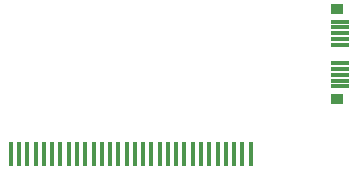
<source format=gbr>
%TF.GenerationSoftware,Altium Limited,Altium Designer,21.6.4 (81)*%
G04 Layer_Color=128*
%FSLAX26Y26*%
%MOIN*%
%TF.SameCoordinates,57458678-C278-4CFF-9AA2-19D65F52AC30*%
%TF.FilePolarity,Positive*%
%TF.FileFunction,Paste,Bot*%
%TF.Part,Single*%
G01*
G75*
%TA.AperFunction,ConnectorPad*%
%ADD14R,0.059055X0.013780*%
%ADD39R,0.039370X0.035433*%
%TA.AperFunction,SMDPad,CuDef*%
%ADD40R,0.015748X0.078740*%
D14*
X1592520Y-111126D02*
D03*
Y-91441D02*
D03*
Y-71756D02*
D03*
Y-52071D02*
D03*
Y-32386D02*
D03*
Y26669D02*
D03*
Y46354D02*
D03*
Y66039D02*
D03*
Y85724D02*
D03*
Y105409D02*
D03*
D39*
X1582677Y-153451D02*
D03*
Y147730D02*
D03*
D40*
X495724Y-336654D02*
D03*
X523284D02*
D03*
X550843D02*
D03*
X578402D02*
D03*
X605961D02*
D03*
X633520D02*
D03*
X661079D02*
D03*
X688638D02*
D03*
X716197D02*
D03*
X743756D02*
D03*
X771315D02*
D03*
X798874D02*
D03*
X826433D02*
D03*
X853992D02*
D03*
X881551D02*
D03*
X909110D02*
D03*
X936669D02*
D03*
X964228D02*
D03*
X991788D02*
D03*
X1019346D02*
D03*
X1046906D02*
D03*
X1074465D02*
D03*
X1102024D02*
D03*
X1129583D02*
D03*
X1157142D02*
D03*
X1184701D02*
D03*
X1212260D02*
D03*
X1239819D02*
D03*
X1267378D02*
D03*
X1294937D02*
D03*
%TF.MD5,415934acec82d42dfa54a460b40a1005*%
M02*

</source>
